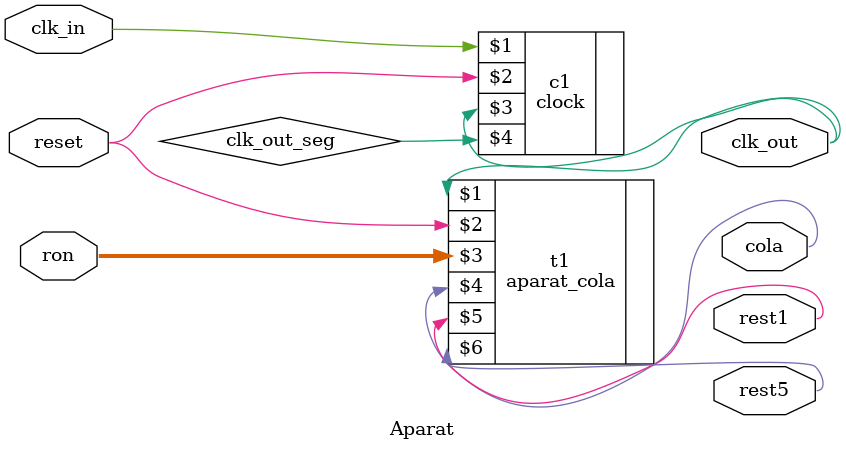
<source format=v>
`timescale 1ns / 1ps


module Aparat(
input reset, clk_in,
    input [2:0] ron,
    output cola, rest1, rest5,
    output clk_out
    );
    
    wire clk_out_seg;
    clock c1(clk_in, reset, clk_out, clk_out_seg);
    aparat_cola t1(clk_out, reset, ron, cola, rest1, rest5);
endmodule

</source>
